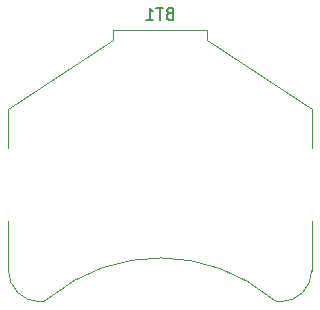
<source format=gbo>
G04 #@! TF.GenerationSoftware,KiCad,Pcbnew,(5.1.0)-1*
G04 #@! TF.CreationDate,2019-05-10T18:55:54+02:00*
G04 #@! TF.ProjectId,currentscaler,63757272-656e-4747-9363-616c65722e6b,rev?*
G04 #@! TF.SameCoordinates,Original*
G04 #@! TF.FileFunction,Legend,Bot*
G04 #@! TF.FilePolarity,Positive*
%FSLAX46Y46*%
G04 Gerber Fmt 4.6, Leading zero omitted, Abs format (unit mm)*
G04 Created by KiCad (PCBNEW (5.1.0)-1) date 2019-05-10 18:55:54*
%MOMM*%
%LPD*%
G04 APERTURE LIST*
%ADD10C,0.120000*%
%ADD11C,0.150000*%
G04 APERTURE END LIST*
D10*
X121059556Y-119138071D02*
G75*
G02X140050000Y-119230000I9440444J-11361929D01*
G01*
X121021751Y-119171751D02*
G75*
G02X120350000Y-119450000I-671751J671751D01*
G01*
X139978249Y-119171751D02*
G75*
G03X140650000Y-119450000I671751J671751D01*
G01*
X143350000Y-116750000D02*
G75*
G02X140650000Y-119450000I-2700000J0D01*
G01*
X117650000Y-116750000D02*
G75*
G03X120350000Y-119450000I2700000J0D01*
G01*
X117650000Y-112600000D02*
X117650000Y-116800000D01*
X143350000Y-112600000D02*
X143350000Y-116800000D01*
X117650000Y-103100000D02*
X117650000Y-106400000D01*
X126550000Y-97250000D02*
X117650000Y-103100000D01*
X126550000Y-96450000D02*
X126550000Y-97250000D01*
X134450000Y-96450000D02*
X126550000Y-96450000D01*
X134450000Y-96450000D02*
X134450000Y-97250000D01*
X134450000Y-97250000D02*
X143350000Y-103100000D01*
X143350000Y-103100000D02*
X143350000Y-106400000D01*
D11*
X131285714Y-95028571D02*
X131142857Y-95076190D01*
X131095238Y-95123809D01*
X131047619Y-95219047D01*
X131047619Y-95361904D01*
X131095238Y-95457142D01*
X131142857Y-95504761D01*
X131238095Y-95552380D01*
X131619047Y-95552380D01*
X131619047Y-94552380D01*
X131285714Y-94552380D01*
X131190476Y-94600000D01*
X131142857Y-94647619D01*
X131095238Y-94742857D01*
X131095238Y-94838095D01*
X131142857Y-94933333D01*
X131190476Y-94980952D01*
X131285714Y-95028571D01*
X131619047Y-95028571D01*
X130761904Y-94552380D02*
X130190476Y-94552380D01*
X130476190Y-95552380D02*
X130476190Y-94552380D01*
X129333333Y-95552380D02*
X129904761Y-95552380D01*
X129619047Y-95552380D02*
X129619047Y-94552380D01*
X129714285Y-94695238D01*
X129809523Y-94790476D01*
X129904761Y-94838095D01*
M02*

</source>
